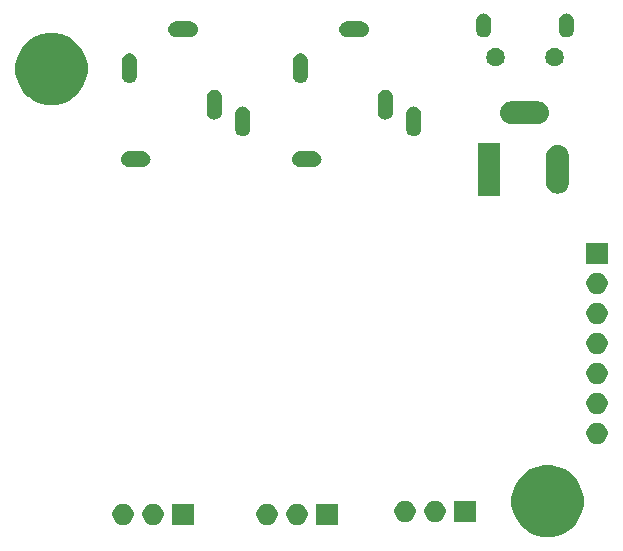
<source format=gbr>
G04 #@! TF.GenerationSoftware,KiCad,Pcbnew,(5.1.5)-3*
G04 #@! TF.CreationDate,2020-09-20T15:24:45+01:00*
G04 #@! TF.ProjectId,Alexa_kicad_PCB,416c6578-615f-46b6-9963-61645f504342,rev?*
G04 #@! TF.SameCoordinates,Original*
G04 #@! TF.FileFunction,Soldermask,Bot*
G04 #@! TF.FilePolarity,Negative*
%FSLAX46Y46*%
G04 Gerber Fmt 4.6, Leading zero omitted, Abs format (unit mm)*
G04 Created by KiCad (PCBNEW (5.1.5)-3) date 2020-09-20 15:24:45*
%MOMM*%
%LPD*%
G04 APERTURE LIST*
%ADD10C,0.100000*%
G04 APERTURE END LIST*
D10*
G36*
X145289943Y-107466248D02*
G01*
X145845189Y-107696238D01*
X145845190Y-107696239D01*
X146344899Y-108030134D01*
X146769866Y-108455101D01*
X146769867Y-108455103D01*
X147103762Y-108954811D01*
X147333752Y-109510057D01*
X147451000Y-110099501D01*
X147451000Y-110700499D01*
X147333752Y-111289943D01*
X147103762Y-111845189D01*
X147103761Y-111845190D01*
X146769866Y-112344899D01*
X146344899Y-112769866D01*
X146093347Y-112937948D01*
X145845189Y-113103762D01*
X145289943Y-113333752D01*
X144700499Y-113451000D01*
X144099501Y-113451000D01*
X143510057Y-113333752D01*
X142954811Y-113103762D01*
X142706653Y-112937948D01*
X142455101Y-112769866D01*
X142030134Y-112344899D01*
X141696239Y-111845190D01*
X141696238Y-111845189D01*
X141466248Y-111289943D01*
X141349000Y-110700499D01*
X141349000Y-110099501D01*
X141466248Y-109510057D01*
X141696238Y-108954811D01*
X142030133Y-108455103D01*
X142030134Y-108455101D01*
X142455101Y-108030134D01*
X142954810Y-107696239D01*
X142954811Y-107696238D01*
X143510057Y-107466248D01*
X144099501Y-107349000D01*
X144700499Y-107349000D01*
X145289943Y-107466248D01*
G37*
G36*
X126631000Y-112407000D02*
G01*
X124829000Y-112407000D01*
X124829000Y-110605000D01*
X126631000Y-110605000D01*
X126631000Y-112407000D01*
G37*
G36*
X123303512Y-110609927D02*
G01*
X123452812Y-110639624D01*
X123616784Y-110707544D01*
X123764354Y-110806147D01*
X123889853Y-110931646D01*
X123988456Y-111079216D01*
X124056376Y-111243188D01*
X124091000Y-111417259D01*
X124091000Y-111594741D01*
X124056376Y-111768812D01*
X123988456Y-111932784D01*
X123889853Y-112080354D01*
X123764354Y-112205853D01*
X123616784Y-112304456D01*
X123452812Y-112372376D01*
X123303512Y-112402073D01*
X123278742Y-112407000D01*
X123101258Y-112407000D01*
X123076488Y-112402073D01*
X122927188Y-112372376D01*
X122763216Y-112304456D01*
X122615646Y-112205853D01*
X122490147Y-112080354D01*
X122391544Y-111932784D01*
X122323624Y-111768812D01*
X122289000Y-111594741D01*
X122289000Y-111417259D01*
X122323624Y-111243188D01*
X122391544Y-111079216D01*
X122490147Y-110931646D01*
X122615646Y-110806147D01*
X122763216Y-110707544D01*
X122927188Y-110639624D01*
X123076488Y-110609927D01*
X123101258Y-110605000D01*
X123278742Y-110605000D01*
X123303512Y-110609927D01*
G37*
G36*
X120763512Y-110609927D02*
G01*
X120912812Y-110639624D01*
X121076784Y-110707544D01*
X121224354Y-110806147D01*
X121349853Y-110931646D01*
X121448456Y-111079216D01*
X121516376Y-111243188D01*
X121551000Y-111417259D01*
X121551000Y-111594741D01*
X121516376Y-111768812D01*
X121448456Y-111932784D01*
X121349853Y-112080354D01*
X121224354Y-112205853D01*
X121076784Y-112304456D01*
X120912812Y-112372376D01*
X120763512Y-112402073D01*
X120738742Y-112407000D01*
X120561258Y-112407000D01*
X120536488Y-112402073D01*
X120387188Y-112372376D01*
X120223216Y-112304456D01*
X120075646Y-112205853D01*
X119950147Y-112080354D01*
X119851544Y-111932784D01*
X119783624Y-111768812D01*
X119749000Y-111594741D01*
X119749000Y-111417259D01*
X119783624Y-111243188D01*
X119851544Y-111079216D01*
X119950147Y-110931646D01*
X120075646Y-110806147D01*
X120223216Y-110707544D01*
X120387188Y-110639624D01*
X120536488Y-110609927D01*
X120561258Y-110605000D01*
X120738742Y-110605000D01*
X120763512Y-110609927D01*
G37*
G36*
X108571512Y-110609927D02*
G01*
X108720812Y-110639624D01*
X108884784Y-110707544D01*
X109032354Y-110806147D01*
X109157853Y-110931646D01*
X109256456Y-111079216D01*
X109324376Y-111243188D01*
X109359000Y-111417259D01*
X109359000Y-111594741D01*
X109324376Y-111768812D01*
X109256456Y-111932784D01*
X109157853Y-112080354D01*
X109032354Y-112205853D01*
X108884784Y-112304456D01*
X108720812Y-112372376D01*
X108571512Y-112402073D01*
X108546742Y-112407000D01*
X108369258Y-112407000D01*
X108344488Y-112402073D01*
X108195188Y-112372376D01*
X108031216Y-112304456D01*
X107883646Y-112205853D01*
X107758147Y-112080354D01*
X107659544Y-111932784D01*
X107591624Y-111768812D01*
X107557000Y-111594741D01*
X107557000Y-111417259D01*
X107591624Y-111243188D01*
X107659544Y-111079216D01*
X107758147Y-110931646D01*
X107883646Y-110806147D01*
X108031216Y-110707544D01*
X108195188Y-110639624D01*
X108344488Y-110609927D01*
X108369258Y-110605000D01*
X108546742Y-110605000D01*
X108571512Y-110609927D01*
G37*
G36*
X111111512Y-110609927D02*
G01*
X111260812Y-110639624D01*
X111424784Y-110707544D01*
X111572354Y-110806147D01*
X111697853Y-110931646D01*
X111796456Y-111079216D01*
X111864376Y-111243188D01*
X111899000Y-111417259D01*
X111899000Y-111594741D01*
X111864376Y-111768812D01*
X111796456Y-111932784D01*
X111697853Y-112080354D01*
X111572354Y-112205853D01*
X111424784Y-112304456D01*
X111260812Y-112372376D01*
X111111512Y-112402073D01*
X111086742Y-112407000D01*
X110909258Y-112407000D01*
X110884488Y-112402073D01*
X110735188Y-112372376D01*
X110571216Y-112304456D01*
X110423646Y-112205853D01*
X110298147Y-112080354D01*
X110199544Y-111932784D01*
X110131624Y-111768812D01*
X110097000Y-111594741D01*
X110097000Y-111417259D01*
X110131624Y-111243188D01*
X110199544Y-111079216D01*
X110298147Y-110931646D01*
X110423646Y-110806147D01*
X110571216Y-110707544D01*
X110735188Y-110639624D01*
X110884488Y-110609927D01*
X110909258Y-110605000D01*
X111086742Y-110605000D01*
X111111512Y-110609927D01*
G37*
G36*
X114439000Y-112407000D02*
G01*
X112637000Y-112407000D01*
X112637000Y-110605000D01*
X114439000Y-110605000D01*
X114439000Y-112407000D01*
G37*
G36*
X132447512Y-110355927D02*
G01*
X132596812Y-110385624D01*
X132760784Y-110453544D01*
X132908354Y-110552147D01*
X133033853Y-110677646D01*
X133132456Y-110825216D01*
X133200376Y-110989188D01*
X133235000Y-111163259D01*
X133235000Y-111340741D01*
X133200376Y-111514812D01*
X133132456Y-111678784D01*
X133033853Y-111826354D01*
X132908354Y-111951853D01*
X132760784Y-112050456D01*
X132596812Y-112118376D01*
X132447512Y-112148073D01*
X132422742Y-112153000D01*
X132245258Y-112153000D01*
X132220488Y-112148073D01*
X132071188Y-112118376D01*
X131907216Y-112050456D01*
X131759646Y-111951853D01*
X131634147Y-111826354D01*
X131535544Y-111678784D01*
X131467624Y-111514812D01*
X131433000Y-111340741D01*
X131433000Y-111163259D01*
X131467624Y-110989188D01*
X131535544Y-110825216D01*
X131634147Y-110677646D01*
X131759646Y-110552147D01*
X131907216Y-110453544D01*
X132071188Y-110385624D01*
X132220488Y-110355927D01*
X132245258Y-110351000D01*
X132422742Y-110351000D01*
X132447512Y-110355927D01*
G37*
G36*
X134987512Y-110355927D02*
G01*
X135136812Y-110385624D01*
X135300784Y-110453544D01*
X135448354Y-110552147D01*
X135573853Y-110677646D01*
X135672456Y-110825216D01*
X135740376Y-110989188D01*
X135775000Y-111163259D01*
X135775000Y-111340741D01*
X135740376Y-111514812D01*
X135672456Y-111678784D01*
X135573853Y-111826354D01*
X135448354Y-111951853D01*
X135300784Y-112050456D01*
X135136812Y-112118376D01*
X134987512Y-112148073D01*
X134962742Y-112153000D01*
X134785258Y-112153000D01*
X134760488Y-112148073D01*
X134611188Y-112118376D01*
X134447216Y-112050456D01*
X134299646Y-111951853D01*
X134174147Y-111826354D01*
X134075544Y-111678784D01*
X134007624Y-111514812D01*
X133973000Y-111340741D01*
X133973000Y-111163259D01*
X134007624Y-110989188D01*
X134075544Y-110825216D01*
X134174147Y-110677646D01*
X134299646Y-110552147D01*
X134447216Y-110453544D01*
X134611188Y-110385624D01*
X134760488Y-110355927D01*
X134785258Y-110351000D01*
X134962742Y-110351000D01*
X134987512Y-110355927D01*
G37*
G36*
X138315000Y-112153000D02*
G01*
X136513000Y-112153000D01*
X136513000Y-110351000D01*
X138315000Y-110351000D01*
X138315000Y-112153000D01*
G37*
G36*
X148703512Y-103751927D02*
G01*
X148852812Y-103781624D01*
X149016784Y-103849544D01*
X149164354Y-103948147D01*
X149289853Y-104073646D01*
X149388456Y-104221216D01*
X149456376Y-104385188D01*
X149491000Y-104559259D01*
X149491000Y-104736741D01*
X149456376Y-104910812D01*
X149388456Y-105074784D01*
X149289853Y-105222354D01*
X149164354Y-105347853D01*
X149016784Y-105446456D01*
X148852812Y-105514376D01*
X148703512Y-105544073D01*
X148678742Y-105549000D01*
X148501258Y-105549000D01*
X148476488Y-105544073D01*
X148327188Y-105514376D01*
X148163216Y-105446456D01*
X148015646Y-105347853D01*
X147890147Y-105222354D01*
X147791544Y-105074784D01*
X147723624Y-104910812D01*
X147689000Y-104736741D01*
X147689000Y-104559259D01*
X147723624Y-104385188D01*
X147791544Y-104221216D01*
X147890147Y-104073646D01*
X148015646Y-103948147D01*
X148163216Y-103849544D01*
X148327188Y-103781624D01*
X148476488Y-103751927D01*
X148501258Y-103747000D01*
X148678742Y-103747000D01*
X148703512Y-103751927D01*
G37*
G36*
X148703512Y-101211927D02*
G01*
X148852812Y-101241624D01*
X149016784Y-101309544D01*
X149164354Y-101408147D01*
X149289853Y-101533646D01*
X149388456Y-101681216D01*
X149456376Y-101845188D01*
X149491000Y-102019259D01*
X149491000Y-102196741D01*
X149456376Y-102370812D01*
X149388456Y-102534784D01*
X149289853Y-102682354D01*
X149164354Y-102807853D01*
X149016784Y-102906456D01*
X148852812Y-102974376D01*
X148703512Y-103004073D01*
X148678742Y-103009000D01*
X148501258Y-103009000D01*
X148476488Y-103004073D01*
X148327188Y-102974376D01*
X148163216Y-102906456D01*
X148015646Y-102807853D01*
X147890147Y-102682354D01*
X147791544Y-102534784D01*
X147723624Y-102370812D01*
X147689000Y-102196741D01*
X147689000Y-102019259D01*
X147723624Y-101845188D01*
X147791544Y-101681216D01*
X147890147Y-101533646D01*
X148015646Y-101408147D01*
X148163216Y-101309544D01*
X148327188Y-101241624D01*
X148476488Y-101211927D01*
X148501258Y-101207000D01*
X148678742Y-101207000D01*
X148703512Y-101211927D01*
G37*
G36*
X148703512Y-98671927D02*
G01*
X148852812Y-98701624D01*
X149016784Y-98769544D01*
X149164354Y-98868147D01*
X149289853Y-98993646D01*
X149388456Y-99141216D01*
X149456376Y-99305188D01*
X149491000Y-99479259D01*
X149491000Y-99656741D01*
X149456376Y-99830812D01*
X149388456Y-99994784D01*
X149289853Y-100142354D01*
X149164354Y-100267853D01*
X149016784Y-100366456D01*
X148852812Y-100434376D01*
X148703512Y-100464073D01*
X148678742Y-100469000D01*
X148501258Y-100469000D01*
X148476488Y-100464073D01*
X148327188Y-100434376D01*
X148163216Y-100366456D01*
X148015646Y-100267853D01*
X147890147Y-100142354D01*
X147791544Y-99994784D01*
X147723624Y-99830812D01*
X147689000Y-99656741D01*
X147689000Y-99479259D01*
X147723624Y-99305188D01*
X147791544Y-99141216D01*
X147890147Y-98993646D01*
X148015646Y-98868147D01*
X148163216Y-98769544D01*
X148327188Y-98701624D01*
X148476488Y-98671927D01*
X148501258Y-98667000D01*
X148678742Y-98667000D01*
X148703512Y-98671927D01*
G37*
G36*
X148703512Y-96131927D02*
G01*
X148852812Y-96161624D01*
X149016784Y-96229544D01*
X149164354Y-96328147D01*
X149289853Y-96453646D01*
X149388456Y-96601216D01*
X149456376Y-96765188D01*
X149491000Y-96939259D01*
X149491000Y-97116741D01*
X149456376Y-97290812D01*
X149388456Y-97454784D01*
X149289853Y-97602354D01*
X149164354Y-97727853D01*
X149016784Y-97826456D01*
X148852812Y-97894376D01*
X148703512Y-97924073D01*
X148678742Y-97929000D01*
X148501258Y-97929000D01*
X148476488Y-97924073D01*
X148327188Y-97894376D01*
X148163216Y-97826456D01*
X148015646Y-97727853D01*
X147890147Y-97602354D01*
X147791544Y-97454784D01*
X147723624Y-97290812D01*
X147689000Y-97116741D01*
X147689000Y-96939259D01*
X147723624Y-96765188D01*
X147791544Y-96601216D01*
X147890147Y-96453646D01*
X148015646Y-96328147D01*
X148163216Y-96229544D01*
X148327188Y-96161624D01*
X148476488Y-96131927D01*
X148501258Y-96127000D01*
X148678742Y-96127000D01*
X148703512Y-96131927D01*
G37*
G36*
X148703512Y-93591927D02*
G01*
X148852812Y-93621624D01*
X149016784Y-93689544D01*
X149164354Y-93788147D01*
X149289853Y-93913646D01*
X149388456Y-94061216D01*
X149456376Y-94225188D01*
X149491000Y-94399259D01*
X149491000Y-94576741D01*
X149456376Y-94750812D01*
X149388456Y-94914784D01*
X149289853Y-95062354D01*
X149164354Y-95187853D01*
X149016784Y-95286456D01*
X148852812Y-95354376D01*
X148703512Y-95384073D01*
X148678742Y-95389000D01*
X148501258Y-95389000D01*
X148476488Y-95384073D01*
X148327188Y-95354376D01*
X148163216Y-95286456D01*
X148015646Y-95187853D01*
X147890147Y-95062354D01*
X147791544Y-94914784D01*
X147723624Y-94750812D01*
X147689000Y-94576741D01*
X147689000Y-94399259D01*
X147723624Y-94225188D01*
X147791544Y-94061216D01*
X147890147Y-93913646D01*
X148015646Y-93788147D01*
X148163216Y-93689544D01*
X148327188Y-93621624D01*
X148476488Y-93591927D01*
X148501258Y-93587000D01*
X148678742Y-93587000D01*
X148703512Y-93591927D01*
G37*
G36*
X148703512Y-91051927D02*
G01*
X148852812Y-91081624D01*
X149016784Y-91149544D01*
X149164354Y-91248147D01*
X149289853Y-91373646D01*
X149388456Y-91521216D01*
X149456376Y-91685188D01*
X149491000Y-91859259D01*
X149491000Y-92036741D01*
X149456376Y-92210812D01*
X149388456Y-92374784D01*
X149289853Y-92522354D01*
X149164354Y-92647853D01*
X149016784Y-92746456D01*
X148852812Y-92814376D01*
X148703512Y-92844073D01*
X148678742Y-92849000D01*
X148501258Y-92849000D01*
X148476488Y-92844073D01*
X148327188Y-92814376D01*
X148163216Y-92746456D01*
X148015646Y-92647853D01*
X147890147Y-92522354D01*
X147791544Y-92374784D01*
X147723624Y-92210812D01*
X147689000Y-92036741D01*
X147689000Y-91859259D01*
X147723624Y-91685188D01*
X147791544Y-91521216D01*
X147890147Y-91373646D01*
X148015646Y-91248147D01*
X148163216Y-91149544D01*
X148327188Y-91081624D01*
X148476488Y-91051927D01*
X148501258Y-91047000D01*
X148678742Y-91047000D01*
X148703512Y-91051927D01*
G37*
G36*
X149491000Y-90309000D02*
G01*
X147689000Y-90309000D01*
X147689000Y-88507000D01*
X149491000Y-88507000D01*
X149491000Y-90309000D01*
G37*
G36*
X140397000Y-84547000D02*
G01*
X138495000Y-84547000D01*
X138495000Y-80045000D01*
X140397000Y-80045000D01*
X140397000Y-84547000D01*
G37*
G36*
X145432424Y-80258760D02*
G01*
X145432427Y-80258761D01*
X145432428Y-80258761D01*
X145611692Y-80313140D01*
X145611695Y-80313142D01*
X145611696Y-80313142D01*
X145776903Y-80401446D01*
X145921712Y-80520288D01*
X146040554Y-80665097D01*
X146099298Y-80775000D01*
X146128860Y-80830307D01*
X146169247Y-80963446D01*
X146183240Y-81009575D01*
X146197000Y-81149282D01*
X146197000Y-83442718D01*
X146183240Y-83582425D01*
X146183239Y-83582428D01*
X146183239Y-83582429D01*
X146128860Y-83761693D01*
X146128858Y-83761696D01*
X146128858Y-83761697D01*
X146040554Y-83926903D01*
X145921712Y-84071712D01*
X145776903Y-84190554D01*
X145611697Y-84278858D01*
X145611693Y-84278860D01*
X145432429Y-84333239D01*
X145432428Y-84333239D01*
X145432425Y-84333240D01*
X145246000Y-84351601D01*
X145059576Y-84333240D01*
X145059573Y-84333239D01*
X145059572Y-84333239D01*
X144880308Y-84278860D01*
X144880304Y-84278858D01*
X144715098Y-84190554D01*
X144570289Y-84071712D01*
X144451447Y-83926903D01*
X144363143Y-83761697D01*
X144363143Y-83761696D01*
X144363141Y-83761693D01*
X144308762Y-83582429D01*
X144308762Y-83582428D01*
X144308761Y-83582425D01*
X144295001Y-83442718D01*
X144295000Y-81149283D01*
X144308760Y-81009576D01*
X144308761Y-81009572D01*
X144363140Y-80830308D01*
X144367770Y-80821645D01*
X144451446Y-80665097D01*
X144570288Y-80520288D01*
X144715097Y-80401446D01*
X144880303Y-80313142D01*
X144880304Y-80313142D01*
X144880307Y-80313140D01*
X145059571Y-80258761D01*
X145059572Y-80258761D01*
X145059575Y-80258760D01*
X145246000Y-80240399D01*
X145432424Y-80258760D01*
G37*
G36*
X110201855Y-80778140D02*
G01*
X110265618Y-80784420D01*
X110356404Y-80811960D01*
X110388336Y-80821646D01*
X110501425Y-80882094D01*
X110600554Y-80963446D01*
X110681906Y-81062575D01*
X110742354Y-81175664D01*
X110742355Y-81175668D01*
X110779580Y-81298382D01*
X110792149Y-81426000D01*
X110779580Y-81553618D01*
X110752040Y-81644404D01*
X110742354Y-81676336D01*
X110681906Y-81789425D01*
X110600554Y-81888554D01*
X110501425Y-81969906D01*
X110388336Y-82030354D01*
X110356404Y-82040040D01*
X110265618Y-82067580D01*
X110201855Y-82073860D01*
X110169974Y-82077000D01*
X108906026Y-82077000D01*
X108874145Y-82073860D01*
X108810382Y-82067580D01*
X108719596Y-82040040D01*
X108687664Y-82030354D01*
X108574575Y-81969906D01*
X108475446Y-81888554D01*
X108394094Y-81789425D01*
X108333646Y-81676336D01*
X108323960Y-81644404D01*
X108296420Y-81553618D01*
X108283851Y-81426000D01*
X108296420Y-81298382D01*
X108333645Y-81175668D01*
X108333646Y-81175664D01*
X108394094Y-81062575D01*
X108475446Y-80963446D01*
X108574575Y-80882094D01*
X108687664Y-80821646D01*
X108719596Y-80811960D01*
X108810382Y-80784420D01*
X108874145Y-80778140D01*
X108906026Y-80775000D01*
X110169974Y-80775000D01*
X110201855Y-80778140D01*
G37*
G36*
X124679855Y-80778140D02*
G01*
X124743618Y-80784420D01*
X124834404Y-80811960D01*
X124866336Y-80821646D01*
X124979425Y-80882094D01*
X125078554Y-80963446D01*
X125159906Y-81062575D01*
X125220354Y-81175664D01*
X125220355Y-81175668D01*
X125257580Y-81298382D01*
X125270149Y-81426000D01*
X125257580Y-81553618D01*
X125230040Y-81644404D01*
X125220354Y-81676336D01*
X125159906Y-81789425D01*
X125078554Y-81888554D01*
X124979425Y-81969906D01*
X124866336Y-82030354D01*
X124834404Y-82040040D01*
X124743618Y-82067580D01*
X124679855Y-82073860D01*
X124647974Y-82077000D01*
X123384026Y-82077000D01*
X123352145Y-82073860D01*
X123288382Y-82067580D01*
X123197596Y-82040040D01*
X123165664Y-82030354D01*
X123052575Y-81969906D01*
X122953446Y-81888554D01*
X122872094Y-81789425D01*
X122811646Y-81676336D01*
X122801960Y-81644404D01*
X122774420Y-81553618D01*
X122761851Y-81426000D01*
X122774420Y-81298382D01*
X122811645Y-81175668D01*
X122811646Y-81175664D01*
X122872094Y-81062575D01*
X122953446Y-80963446D01*
X123052575Y-80882094D01*
X123165664Y-80821646D01*
X123197596Y-80811960D01*
X123288382Y-80784420D01*
X123352145Y-80778140D01*
X123384026Y-80775000D01*
X124647974Y-80775000D01*
X124679855Y-80778140D01*
G37*
G36*
X133193617Y-76984420D02*
G01*
X133284403Y-77011960D01*
X133316335Y-77021646D01*
X133429424Y-77082094D01*
X133528554Y-77163447D01*
X133609906Y-77262575D01*
X133670354Y-77375664D01*
X133680040Y-77407596D01*
X133707580Y-77498382D01*
X133717000Y-77594027D01*
X133717000Y-78857973D01*
X133707580Y-78953618D01*
X133680040Y-79044404D01*
X133670354Y-79076336D01*
X133609906Y-79189425D01*
X133528554Y-79288554D01*
X133429425Y-79369906D01*
X133316336Y-79430354D01*
X133284404Y-79440040D01*
X133193618Y-79467580D01*
X133066000Y-79480149D01*
X132938383Y-79467580D01*
X132847597Y-79440040D01*
X132815665Y-79430354D01*
X132702576Y-79369906D01*
X132603447Y-79288554D01*
X132522095Y-79189425D01*
X132461647Y-79076336D01*
X132451961Y-79044404D01*
X132424421Y-78953618D01*
X132415001Y-78857973D01*
X132415000Y-77594028D01*
X132424420Y-77498383D01*
X132461645Y-77375669D01*
X132461646Y-77375665D01*
X132522094Y-77262576D01*
X132603447Y-77163446D01*
X132702575Y-77082094D01*
X132815664Y-77021646D01*
X132847596Y-77011960D01*
X132938382Y-76984420D01*
X133066000Y-76971851D01*
X133193617Y-76984420D01*
G37*
G36*
X118715617Y-76984420D02*
G01*
X118806403Y-77011960D01*
X118838335Y-77021646D01*
X118951424Y-77082094D01*
X119050554Y-77163447D01*
X119131906Y-77262575D01*
X119192354Y-77375664D01*
X119202040Y-77407596D01*
X119229580Y-77498382D01*
X119239000Y-77594027D01*
X119239000Y-78857973D01*
X119229580Y-78953618D01*
X119202040Y-79044404D01*
X119192354Y-79076336D01*
X119131906Y-79189425D01*
X119050554Y-79288554D01*
X118951425Y-79369906D01*
X118838336Y-79430354D01*
X118806404Y-79440040D01*
X118715618Y-79467580D01*
X118588000Y-79480149D01*
X118460383Y-79467580D01*
X118369597Y-79440040D01*
X118337665Y-79430354D01*
X118224576Y-79369906D01*
X118125447Y-79288554D01*
X118044095Y-79189425D01*
X117983647Y-79076336D01*
X117973961Y-79044404D01*
X117946421Y-78953618D01*
X117937001Y-78857973D01*
X117937000Y-77594028D01*
X117946420Y-77498383D01*
X117983645Y-77375669D01*
X117983646Y-77375665D01*
X118044094Y-77262576D01*
X118125447Y-77163446D01*
X118224575Y-77082094D01*
X118337664Y-77021646D01*
X118369596Y-77011960D01*
X118460382Y-76984420D01*
X118588000Y-76971851D01*
X118715617Y-76984420D01*
G37*
G36*
X143732425Y-76558760D02*
G01*
X143732428Y-76558761D01*
X143732429Y-76558761D01*
X143911693Y-76613140D01*
X143911696Y-76613142D01*
X143911697Y-76613142D01*
X144076903Y-76701446D01*
X144221712Y-76820288D01*
X144340554Y-76965097D01*
X144403090Y-77082095D01*
X144428860Y-77130307D01*
X144468983Y-77262575D01*
X144483240Y-77309575D01*
X144501601Y-77496000D01*
X144483240Y-77682425D01*
X144483239Y-77682428D01*
X144483239Y-77682429D01*
X144428860Y-77861693D01*
X144428858Y-77861696D01*
X144428858Y-77861697D01*
X144340554Y-78026903D01*
X144221712Y-78171712D01*
X144076903Y-78290554D01*
X143911697Y-78378858D01*
X143911693Y-78378860D01*
X143732429Y-78433239D01*
X143732428Y-78433239D01*
X143732425Y-78433240D01*
X143592718Y-78447000D01*
X141299282Y-78447000D01*
X141159575Y-78433240D01*
X141159572Y-78433239D01*
X141159571Y-78433239D01*
X140980307Y-78378860D01*
X140980303Y-78378858D01*
X140815097Y-78290554D01*
X140670288Y-78171712D01*
X140551446Y-78026903D01*
X140463142Y-77861697D01*
X140463142Y-77861696D01*
X140463140Y-77861693D01*
X140408761Y-77682429D01*
X140408761Y-77682428D01*
X140408760Y-77682425D01*
X140390399Y-77496000D01*
X140408760Y-77309575D01*
X140423017Y-77262575D01*
X140463140Y-77130307D01*
X140488910Y-77082095D01*
X140551446Y-76965097D01*
X140670288Y-76820288D01*
X140815097Y-76701446D01*
X140980303Y-76613142D01*
X140980304Y-76613142D01*
X140980307Y-76613140D01*
X141159571Y-76558761D01*
X141159572Y-76558761D01*
X141159575Y-76558760D01*
X141299282Y-76545000D01*
X143592718Y-76545000D01*
X143732425Y-76558760D01*
G37*
G36*
X130793617Y-75584420D02*
G01*
X130884403Y-75611960D01*
X130916335Y-75621646D01*
X131029424Y-75682094D01*
X131128554Y-75763447D01*
X131209906Y-75862575D01*
X131270354Y-75975664D01*
X131280040Y-76007596D01*
X131307580Y-76098382D01*
X131317000Y-76194027D01*
X131317000Y-77457973D01*
X131307580Y-77553618D01*
X131280040Y-77644404D01*
X131270354Y-77676336D01*
X131209906Y-77789425D01*
X131128554Y-77888554D01*
X131029425Y-77969906D01*
X130916336Y-78030354D01*
X130884404Y-78040040D01*
X130793618Y-78067580D01*
X130666000Y-78080149D01*
X130538383Y-78067580D01*
X130447597Y-78040040D01*
X130415665Y-78030354D01*
X130302576Y-77969906D01*
X130203447Y-77888554D01*
X130122095Y-77789425D01*
X130061647Y-77676336D01*
X130051961Y-77644404D01*
X130024421Y-77553618D01*
X130015001Y-77457973D01*
X130015000Y-76194028D01*
X130024420Y-76098383D01*
X130061645Y-75975669D01*
X130061646Y-75975665D01*
X130122094Y-75862576D01*
X130203447Y-75763446D01*
X130302575Y-75682094D01*
X130415664Y-75621646D01*
X130447596Y-75611960D01*
X130538382Y-75584420D01*
X130666000Y-75571851D01*
X130793617Y-75584420D01*
G37*
G36*
X116315617Y-75584420D02*
G01*
X116406403Y-75611960D01*
X116438335Y-75621646D01*
X116551424Y-75682094D01*
X116650554Y-75763447D01*
X116731906Y-75862575D01*
X116792354Y-75975664D01*
X116802040Y-76007596D01*
X116829580Y-76098382D01*
X116839000Y-76194027D01*
X116839000Y-77457973D01*
X116829580Y-77553618D01*
X116802040Y-77644404D01*
X116792354Y-77676336D01*
X116731906Y-77789425D01*
X116650554Y-77888554D01*
X116551425Y-77969906D01*
X116438336Y-78030354D01*
X116406404Y-78040040D01*
X116315618Y-78067580D01*
X116188000Y-78080149D01*
X116060383Y-78067580D01*
X115969597Y-78040040D01*
X115937665Y-78030354D01*
X115824576Y-77969906D01*
X115725447Y-77888554D01*
X115644095Y-77789425D01*
X115583647Y-77676336D01*
X115573961Y-77644404D01*
X115546421Y-77553618D01*
X115537001Y-77457973D01*
X115537000Y-76194028D01*
X115546420Y-76098383D01*
X115583645Y-75975669D01*
X115583646Y-75975665D01*
X115644094Y-75862576D01*
X115725447Y-75763446D01*
X115824575Y-75682094D01*
X115937664Y-75621646D01*
X115969596Y-75611960D01*
X116060382Y-75584420D01*
X116188000Y-75571851D01*
X116315617Y-75584420D01*
G37*
G36*
X103289943Y-70866248D02*
G01*
X103845189Y-71096238D01*
X103845190Y-71096239D01*
X104344899Y-71430134D01*
X104769866Y-71855101D01*
X104905319Y-72057821D01*
X105103762Y-72354811D01*
X105333752Y-72910057D01*
X105451000Y-73499501D01*
X105451000Y-74100499D01*
X105333752Y-74689943D01*
X105103762Y-75245189D01*
X105103761Y-75245190D01*
X104769866Y-75744899D01*
X104344899Y-76169866D01*
X104308738Y-76194028D01*
X103845189Y-76503762D01*
X103289943Y-76733752D01*
X102700499Y-76851000D01*
X102099501Y-76851000D01*
X101510057Y-76733752D01*
X100954811Y-76503762D01*
X100491262Y-76194028D01*
X100455101Y-76169866D01*
X100030134Y-75744899D01*
X99696239Y-75245190D01*
X99696238Y-75245189D01*
X99466248Y-74689943D01*
X99349000Y-74100499D01*
X99349000Y-73499501D01*
X99466248Y-72910057D01*
X99696238Y-72354811D01*
X99894681Y-72057821D01*
X100030134Y-71855101D01*
X100455101Y-71430134D01*
X100954810Y-71096239D01*
X100954811Y-71096238D01*
X101510057Y-70866248D01*
X102099501Y-70749000D01*
X102700499Y-70749000D01*
X103289943Y-70866248D01*
G37*
G36*
X109115617Y-72484420D02*
G01*
X109206403Y-72511960D01*
X109238335Y-72521646D01*
X109351424Y-72582094D01*
X109450554Y-72663447D01*
X109531906Y-72762575D01*
X109592354Y-72875664D01*
X109593799Y-72880429D01*
X109629580Y-72998382D01*
X109639000Y-73094027D01*
X109639000Y-74357973D01*
X109629580Y-74453618D01*
X109602040Y-74544404D01*
X109592354Y-74576336D01*
X109531906Y-74689425D01*
X109450554Y-74788554D01*
X109351425Y-74869906D01*
X109238336Y-74930354D01*
X109206404Y-74940040D01*
X109115618Y-74967580D01*
X108988000Y-74980149D01*
X108860383Y-74967580D01*
X108769597Y-74940040D01*
X108737665Y-74930354D01*
X108624576Y-74869906D01*
X108525447Y-74788554D01*
X108444095Y-74689425D01*
X108383647Y-74576336D01*
X108373961Y-74544404D01*
X108346421Y-74453618D01*
X108337001Y-74357973D01*
X108337000Y-73094028D01*
X108346420Y-72998383D01*
X108383645Y-72875669D01*
X108383646Y-72875665D01*
X108444094Y-72762576D01*
X108525447Y-72663446D01*
X108624575Y-72582094D01*
X108737664Y-72521646D01*
X108769596Y-72511960D01*
X108860382Y-72484420D01*
X108988000Y-72471851D01*
X109115617Y-72484420D01*
G37*
G36*
X123593617Y-72484420D02*
G01*
X123684403Y-72511960D01*
X123716335Y-72521646D01*
X123829424Y-72582094D01*
X123928554Y-72663447D01*
X124009906Y-72762575D01*
X124070354Y-72875664D01*
X124071799Y-72880429D01*
X124107580Y-72998382D01*
X124117000Y-73094027D01*
X124117000Y-74357973D01*
X124107580Y-74453618D01*
X124080040Y-74544404D01*
X124070354Y-74576336D01*
X124009906Y-74689425D01*
X123928554Y-74788554D01*
X123829425Y-74869906D01*
X123716336Y-74930354D01*
X123684404Y-74940040D01*
X123593618Y-74967580D01*
X123466000Y-74980149D01*
X123338383Y-74967580D01*
X123247597Y-74940040D01*
X123215665Y-74930354D01*
X123102576Y-74869906D01*
X123003447Y-74788554D01*
X122922095Y-74689425D01*
X122861647Y-74576336D01*
X122851961Y-74544404D01*
X122824421Y-74453618D01*
X122815001Y-74357973D01*
X122815000Y-73094028D01*
X122824420Y-72998383D01*
X122861645Y-72875669D01*
X122861646Y-72875665D01*
X122922094Y-72762576D01*
X123003447Y-72663446D01*
X123102575Y-72582094D01*
X123215664Y-72521646D01*
X123247596Y-72511960D01*
X123338382Y-72484420D01*
X123466000Y-72471851D01*
X123593617Y-72484420D01*
G37*
G36*
X140220348Y-72057820D02*
G01*
X140220350Y-72057821D01*
X140220351Y-72057821D01*
X140361574Y-72116317D01*
X140361577Y-72116319D01*
X140488669Y-72201239D01*
X140596761Y-72309331D01*
X140681681Y-72436423D01*
X140681683Y-72436426D01*
X140716982Y-72521646D01*
X140740180Y-72577652D01*
X140770000Y-72727569D01*
X140770000Y-72880431D01*
X140746538Y-72998385D01*
X140740179Y-73030351D01*
X140681683Y-73171574D01*
X140681681Y-73171577D01*
X140596761Y-73298669D01*
X140488669Y-73406761D01*
X140361577Y-73491681D01*
X140361574Y-73491683D01*
X140220351Y-73550179D01*
X140220350Y-73550179D01*
X140220348Y-73550180D01*
X140070431Y-73580000D01*
X139917569Y-73580000D01*
X139767652Y-73550180D01*
X139767650Y-73550179D01*
X139767649Y-73550179D01*
X139626426Y-73491683D01*
X139626423Y-73491681D01*
X139499331Y-73406761D01*
X139391239Y-73298669D01*
X139306319Y-73171577D01*
X139306317Y-73171574D01*
X139247821Y-73030351D01*
X139241463Y-72998385D01*
X139218000Y-72880431D01*
X139218000Y-72727569D01*
X139247820Y-72577652D01*
X139271018Y-72521646D01*
X139306317Y-72436426D01*
X139306319Y-72436423D01*
X139391239Y-72309331D01*
X139499331Y-72201239D01*
X139626423Y-72116319D01*
X139626426Y-72116317D01*
X139767649Y-72057821D01*
X139767650Y-72057821D01*
X139767652Y-72057820D01*
X139917569Y-72028000D01*
X140070431Y-72028000D01*
X140220348Y-72057820D01*
G37*
G36*
X145220348Y-72057820D02*
G01*
X145220350Y-72057821D01*
X145220351Y-72057821D01*
X145361574Y-72116317D01*
X145361577Y-72116319D01*
X145488669Y-72201239D01*
X145596761Y-72309331D01*
X145681681Y-72436423D01*
X145681683Y-72436426D01*
X145716982Y-72521646D01*
X145740180Y-72577652D01*
X145770000Y-72727569D01*
X145770000Y-72880431D01*
X145746538Y-72998385D01*
X145740179Y-73030351D01*
X145681683Y-73171574D01*
X145681681Y-73171577D01*
X145596761Y-73298669D01*
X145488669Y-73406761D01*
X145361577Y-73491681D01*
X145361574Y-73491683D01*
X145220351Y-73550179D01*
X145220350Y-73550179D01*
X145220348Y-73550180D01*
X145070431Y-73580000D01*
X144917569Y-73580000D01*
X144767652Y-73550180D01*
X144767650Y-73550179D01*
X144767649Y-73550179D01*
X144626426Y-73491683D01*
X144626423Y-73491681D01*
X144499331Y-73406761D01*
X144391239Y-73298669D01*
X144306319Y-73171577D01*
X144306317Y-73171574D01*
X144247821Y-73030351D01*
X144241463Y-72998385D01*
X144218000Y-72880431D01*
X144218000Y-72727569D01*
X144247820Y-72577652D01*
X144271018Y-72521646D01*
X144306317Y-72436426D01*
X144306319Y-72436423D01*
X144391239Y-72309331D01*
X144499331Y-72201239D01*
X144626423Y-72116319D01*
X144626426Y-72116317D01*
X144767649Y-72057821D01*
X144767650Y-72057821D01*
X144767652Y-72057820D01*
X144917569Y-72028000D01*
X145070431Y-72028000D01*
X145220348Y-72057820D01*
G37*
G36*
X139121618Y-69112420D02*
G01*
X139212404Y-69139960D01*
X139244336Y-69149646D01*
X139357425Y-69210094D01*
X139456554Y-69291446D01*
X139537906Y-69390575D01*
X139598354Y-69503664D01*
X139608040Y-69535596D01*
X139635580Y-69626382D01*
X139645000Y-69722027D01*
X139645000Y-70485973D01*
X139635580Y-70581618D01*
X139608040Y-70672404D01*
X139598354Y-70704336D01*
X139537906Y-70817425D01*
X139456554Y-70916553D01*
X139357424Y-70997906D01*
X139244335Y-71058354D01*
X139213920Y-71067580D01*
X139121617Y-71095580D01*
X138994000Y-71108149D01*
X138866382Y-71095580D01*
X138774079Y-71067580D01*
X138743664Y-71058354D01*
X138630575Y-70997906D01*
X138531447Y-70916554D01*
X138450094Y-70817424D01*
X138389646Y-70704335D01*
X138379960Y-70672403D01*
X138352420Y-70581617D01*
X138343000Y-70485972D01*
X138343000Y-69722027D01*
X138352420Y-69626382D01*
X138389645Y-69503668D01*
X138414608Y-69456966D01*
X138450095Y-69390575D01*
X138531447Y-69291446D01*
X138630576Y-69210094D01*
X138743665Y-69149646D01*
X138775597Y-69139960D01*
X138866383Y-69112420D01*
X138994000Y-69099851D01*
X139121618Y-69112420D01*
G37*
G36*
X146121617Y-69112420D02*
G01*
X146212403Y-69139960D01*
X146244335Y-69149646D01*
X146357424Y-69210094D01*
X146456554Y-69291447D01*
X146537906Y-69390575D01*
X146598354Y-69503664D01*
X146608040Y-69535596D01*
X146635580Y-69626382D01*
X146645000Y-69722027D01*
X146645000Y-70485973D01*
X146635580Y-70581618D01*
X146608040Y-70672404D01*
X146598354Y-70704336D01*
X146537906Y-70817425D01*
X146456554Y-70916554D01*
X146357425Y-70997906D01*
X146244336Y-71058354D01*
X146213921Y-71067580D01*
X146121618Y-71095580D01*
X145994000Y-71108149D01*
X145866383Y-71095580D01*
X145774080Y-71067580D01*
X145743665Y-71058354D01*
X145630576Y-70997906D01*
X145531447Y-70916554D01*
X145450095Y-70817425D01*
X145389648Y-70704337D01*
X145389645Y-70704332D01*
X145352420Y-70581618D01*
X145343000Y-70485973D01*
X145343000Y-69722028D01*
X145352420Y-69626383D01*
X145389645Y-69503669D01*
X145389646Y-69503665D01*
X145450094Y-69390576D01*
X145531447Y-69291446D01*
X145630575Y-69210094D01*
X145743664Y-69149646D01*
X145775596Y-69139960D01*
X145866382Y-69112420D01*
X145994000Y-69099851D01*
X146121617Y-69112420D01*
G37*
G36*
X114201855Y-69778140D02*
G01*
X114265618Y-69784420D01*
X114356404Y-69811960D01*
X114388336Y-69821646D01*
X114501425Y-69882094D01*
X114600554Y-69963446D01*
X114681906Y-70062575D01*
X114742354Y-70175664D01*
X114742355Y-70175668D01*
X114779580Y-70298382D01*
X114792149Y-70426000D01*
X114779580Y-70553618D01*
X114771086Y-70581618D01*
X114742354Y-70676336D01*
X114681906Y-70789425D01*
X114600554Y-70888554D01*
X114501425Y-70969906D01*
X114388336Y-71030354D01*
X114356404Y-71040040D01*
X114265618Y-71067580D01*
X114201855Y-71073860D01*
X114169974Y-71077000D01*
X112906026Y-71077000D01*
X112874145Y-71073860D01*
X112810382Y-71067580D01*
X112719596Y-71040040D01*
X112687664Y-71030354D01*
X112574575Y-70969906D01*
X112475446Y-70888554D01*
X112394094Y-70789425D01*
X112333646Y-70676336D01*
X112304914Y-70581618D01*
X112296420Y-70553618D01*
X112283851Y-70426000D01*
X112296420Y-70298382D01*
X112333645Y-70175668D01*
X112333646Y-70175664D01*
X112394094Y-70062575D01*
X112475446Y-69963446D01*
X112574575Y-69882094D01*
X112687664Y-69821646D01*
X112719596Y-69811960D01*
X112810382Y-69784420D01*
X112874145Y-69778140D01*
X112906026Y-69775000D01*
X114169974Y-69775000D01*
X114201855Y-69778140D01*
G37*
G36*
X128679855Y-69778140D02*
G01*
X128743618Y-69784420D01*
X128834404Y-69811960D01*
X128866336Y-69821646D01*
X128979425Y-69882094D01*
X129078554Y-69963446D01*
X129159906Y-70062575D01*
X129220354Y-70175664D01*
X129220355Y-70175668D01*
X129257580Y-70298382D01*
X129270149Y-70426000D01*
X129257580Y-70553618D01*
X129249086Y-70581618D01*
X129220354Y-70676336D01*
X129159906Y-70789425D01*
X129078554Y-70888554D01*
X128979425Y-70969906D01*
X128866336Y-71030354D01*
X128834404Y-71040040D01*
X128743618Y-71067580D01*
X128679855Y-71073860D01*
X128647974Y-71077000D01*
X127384026Y-71077000D01*
X127352145Y-71073860D01*
X127288382Y-71067580D01*
X127197596Y-71040040D01*
X127165664Y-71030354D01*
X127052575Y-70969906D01*
X126953446Y-70888554D01*
X126872094Y-70789425D01*
X126811646Y-70676336D01*
X126782914Y-70581618D01*
X126774420Y-70553618D01*
X126761851Y-70426000D01*
X126774420Y-70298382D01*
X126811645Y-70175668D01*
X126811646Y-70175664D01*
X126872094Y-70062575D01*
X126953446Y-69963446D01*
X127052575Y-69882094D01*
X127165664Y-69821646D01*
X127197596Y-69811960D01*
X127288382Y-69784420D01*
X127352145Y-69778140D01*
X127384026Y-69775000D01*
X128647974Y-69775000D01*
X128679855Y-69778140D01*
G37*
M02*

</source>
